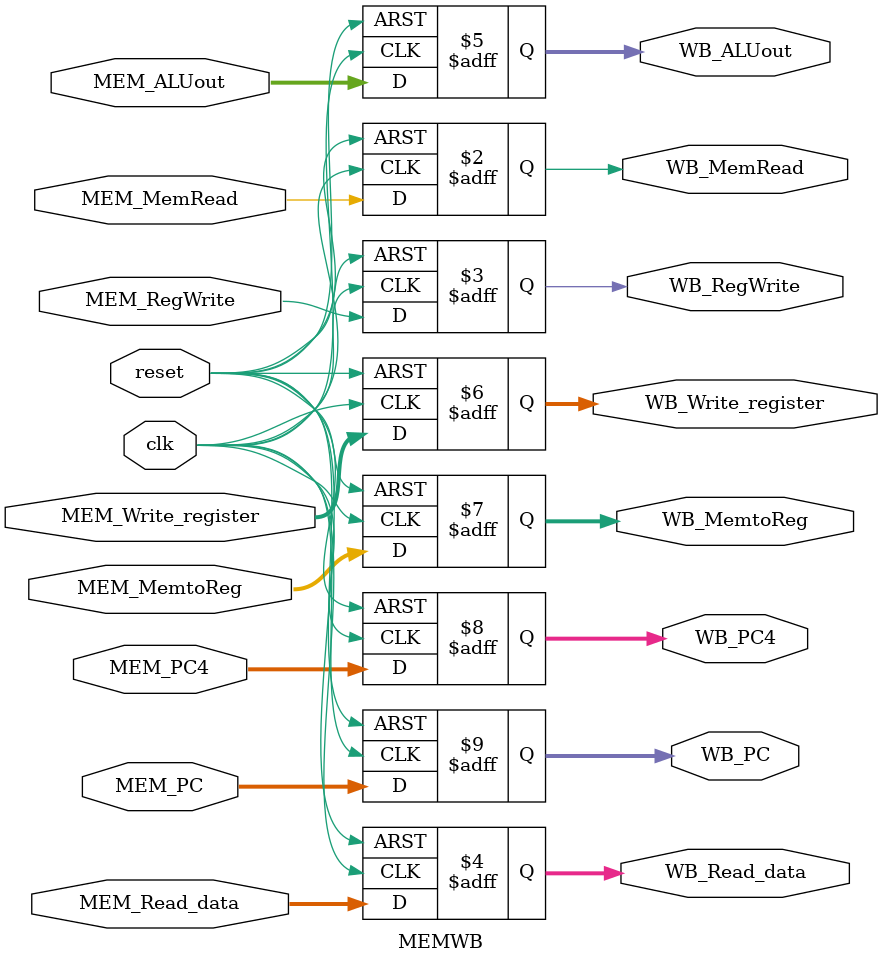
<source format=v>
`timescale 1ns / 1ps


module MEMWB(reset, clk, MEM_PC4, MEM_Write_register, MEM_Read_data, MEM_ALUout,
    MEM_MemRead, MEM_RegWrite, MEM_MemtoReg, MEM_PC,
    WB_PC4, WB_Write_register, WB_Read_data,
    WB_ALUout, WB_MemRead, WB_RegWrite, WB_MemtoReg,WB_PC);
input reset, clk, MEM_MemRead, MEM_RegWrite;
input [31:0] MEM_PC4, MEM_Read_data, MEM_ALUout;
input [4:0] MEM_Write_register;
input [1:0] MEM_MemtoReg;
input [31:0] MEM_PC;

(* DONT_TOUCH= "TRUE" *) output reg WB_MemRead, WB_RegWrite;
(* DONT_TOUCH= "TRUE" *) output reg [31:0] WB_Read_data;
(* DONT_TOUCH= "TRUE" *) output reg [31:0] WB_ALUout;
output reg [4:0] WB_Write_register;
(* DONT_TOUCH= "TRUE" *) output reg [1:0] WB_MemtoReg;
output reg [31:0] WB_PC4;
output reg [31:0] WB_PC;

always @(posedge reset or posedge clk)
    if (reset) begin
        WB_PC4<=32'b0; WB_Write_register<=5'b0; WB_Read_data<=32'b0;
        WB_ALUout<=32'b0; WB_MemRead<=0; WB_RegWrite<=0; WB_MemtoReg<=2'b0;
        WB_PC <= 32'b0;
    end
    else begin
        WB_PC4<=MEM_PC4; WB_Write_register<=MEM_Write_register;
        WB_Read_data<=MEM_Read_data; WB_ALUout<=MEM_ALUout; 
        WB_MemRead<=MEM_MemRead; WB_RegWrite<=MEM_RegWrite; WB_MemtoReg<=MEM_MemtoReg;
        WB_PC <= MEM_PC;
    end
endmodule

</source>
